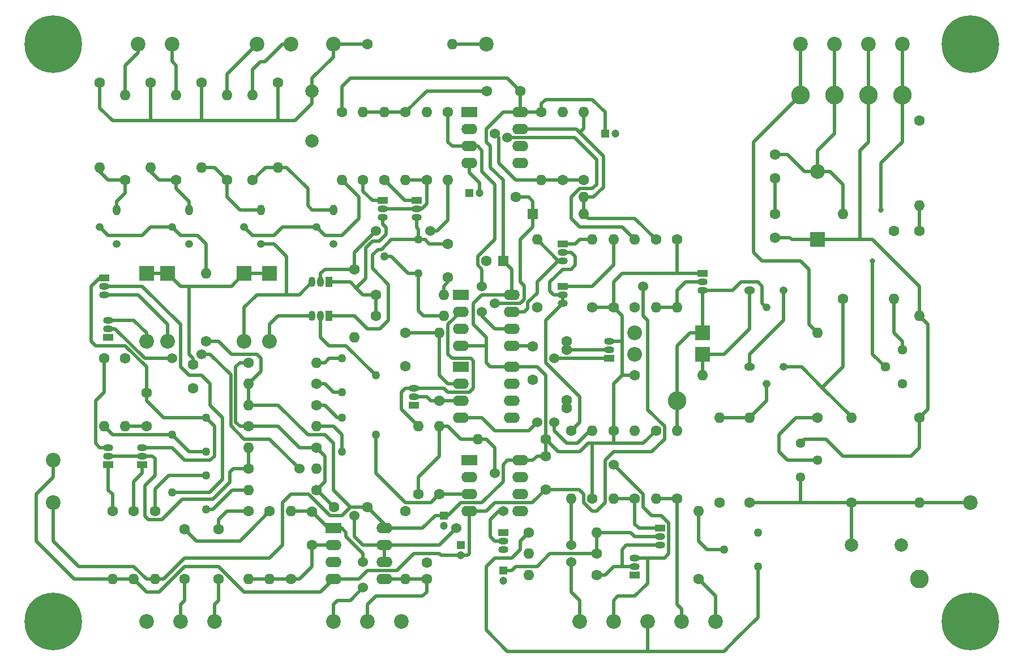
<source format=gbr>
G04 #@! TF.GenerationSoftware,KiCad,Pcbnew,(5.99.0-1101-g9de7547c2)*
G04 #@! TF.CreationDate,2020-03-19T22:23:19-06:00*
G04 #@! TF.ProjectId,mini-audioscope,6d696e69-2d61-4756-9469-6f73636f7065,rev?*
G04 #@! TF.SameCoordinates,Original*
G04 #@! TF.FileFunction,Copper,L1,Top*
G04 #@! TF.FilePolarity,Positive*
%FSLAX46Y46*%
G04 Gerber Fmt 4.6, Leading zero omitted, Abs format (unit mm)*
G04 Created by KiCad (PCBNEW (5.99.0-1101-g9de7547c2)) date 2020-03-19 22:23:19*
%MOMM*%
%LPD*%
G01*
G04 APERTURE LIST*
%ADD10C,2.200000*%
%ADD11O,1.200000X1.600000*%
%ADD12O,1.200000X1.200000*%
%ADD13C,1.260000*%
%ADD14O,1.600000X1.600000*%
%ADD15C,1.600000*%
%ADD16C,2.000000*%
%ADD17R,2.400000X1.600000*%
%ADD18O,2.400000X1.600000*%
%ADD19C,1.200000*%
%ADD20R,1.200000X1.200000*%
%ADD21C,1.440000*%
%ADD22C,8.600000*%
%ADD23C,0.900000*%
%ADD24C,2.800000*%
%ADD25O,1.500000X1.050000*%
%ADD26R,1.500000X1.050000*%
%ADD27O,1.050000X1.500000*%
%ADD28R,1.050000X1.500000*%
%ADD29O,1.600000X1.200000*%
%ADD30R,1.600000X1.600000*%
%ADD31R,2.200000X2.200000*%
%ADD32O,2.200000X2.200000*%
%ADD33C,1.524000*%
%ADD34C,0.812800*%
%ADD35C,0.508000*%
G04 APERTURE END LIST*
D10*
X97790000Y-33020000D03*
X68580000Y-33020000D03*
X63500000Y-33020000D03*
X144780000Y-33020000D03*
X160020000Y-33020000D03*
X149860000Y-33020000D03*
X154940000Y-33020000D03*
X45720000Y-33020000D03*
X50800000Y-33020000D03*
X170180000Y-101600000D03*
X74930000Y-33020000D03*
X33020000Y-95250000D03*
X33020000Y-101600000D03*
X132080000Y-119380000D03*
X127000000Y-119380000D03*
X121920000Y-119380000D03*
X85090000Y-119380000D03*
X80010000Y-119380000D03*
X74930000Y-119380000D03*
X46990000Y-119380000D03*
X52070000Y-119380000D03*
X57150000Y-119380000D03*
X116840000Y-119380000D03*
X111760000Y-119380000D03*
D11*
X74930000Y-57785000D03*
D12*
X72390000Y-60325000D03*
X74930000Y-62865000D03*
D11*
X64135000Y-57785000D03*
D12*
X61595000Y-60325000D03*
X64135000Y-62865000D03*
D13*
X138430000Y-106045000D03*
X133350000Y-108585000D03*
X138430000Y-111125000D03*
X76200000Y-93980000D03*
X81280000Y-91440000D03*
X76200000Y-88900000D03*
X55880000Y-97536000D03*
X50800000Y-100076000D03*
X55880000Y-102616000D03*
X76200000Y-85090000D03*
X81280000Y-82550000D03*
X76200000Y-80010000D03*
D14*
X78105000Y-76835000D03*
D15*
X78105000Y-66675000D03*
D13*
X55880000Y-88900000D03*
X50800000Y-91440000D03*
X55880000Y-93980000D03*
X87630000Y-62230000D03*
X82550000Y-64770000D03*
X87630000Y-67310000D03*
D16*
X159900000Y-107950000D03*
X152400000Y-107950000D03*
X71755000Y-47505000D03*
X71755000Y-40005000D03*
D14*
X72390000Y-96520000D03*
D15*
X62230000Y-96520000D03*
D14*
X66675000Y-51435000D03*
D15*
X66675000Y-38735000D03*
X104775000Y-78185000D03*
X104775000Y-83185000D03*
D17*
X95250000Y-95250000D03*
D18*
X102870000Y-102870000D03*
X95250000Y-97790000D03*
X102870000Y-100330000D03*
X95250000Y-100330000D03*
X102870000Y-97790000D03*
X95250000Y-102870000D03*
X102870000Y-95250000D03*
D15*
X109855000Y-87470000D03*
X109855000Y-77470000D03*
X109855000Y-86220000D03*
X109855000Y-78720000D03*
D14*
X113665000Y-90805000D03*
D15*
X113665000Y-100965000D03*
D19*
X93980000Y-109450000D03*
D20*
X93980000Y-107950000D03*
D19*
X117070000Y-46355000D03*
D20*
X115570000Y-46355000D03*
D19*
X96750000Y-55245000D03*
D20*
X95250000Y-55245000D03*
D19*
X91440000Y-105005000D03*
D20*
X91440000Y-103505000D03*
D19*
X100330000Y-113260000D03*
D20*
X100330000Y-111760000D03*
D17*
X74930000Y-105410000D03*
D18*
X82550000Y-113030000D03*
X74930000Y-107950000D03*
X82550000Y-110490000D03*
X74930000Y-110490000D03*
X82550000Y-107950000D03*
X74930000Y-113030000D03*
X82550000Y-105410000D03*
D14*
X116840000Y-100965000D03*
D15*
X116840000Y-90805000D03*
D21*
X144780000Y-97790000D03*
X147320000Y-95250000D03*
X144780000Y-92710000D03*
D14*
X147320000Y-76200000D03*
D15*
X147320000Y-88900000D03*
X162560000Y-88900000D03*
D14*
X162560000Y-101600000D03*
X162560000Y-73660000D03*
D15*
X162560000Y-60960000D03*
D14*
X162560000Y-57150000D03*
D15*
X162560000Y-44450000D03*
D14*
X92710000Y-33020000D03*
D15*
X80010000Y-33020000D03*
D14*
X151130000Y-58420000D03*
D15*
X151130000Y-71120000D03*
D14*
X152400000Y-88900000D03*
D15*
X152400000Y-101600000D03*
D14*
X137160000Y-88900000D03*
D15*
X137160000Y-101600000D03*
D14*
X132715000Y-88900000D03*
D15*
X132715000Y-101600000D03*
X52705000Y-113030000D03*
X52705000Y-105530000D03*
X57785000Y-113030000D03*
X57785000Y-105530000D03*
D14*
X62865000Y-40640000D03*
D15*
X62865000Y-53340000D03*
D14*
X59055000Y-40640000D03*
D15*
X59055000Y-53340000D03*
D14*
X55245000Y-51435000D03*
D15*
X55245000Y-38735000D03*
D14*
X51435000Y-40640000D03*
D15*
X51435000Y-53340000D03*
D14*
X43815000Y-40640000D03*
D15*
X43815000Y-53340000D03*
D14*
X47625000Y-51435000D03*
D15*
X47625000Y-38735000D03*
D14*
X40005000Y-51435000D03*
D15*
X40005000Y-38735000D03*
D22*
X170180000Y-33020000D03*
D23*
X173405000Y-33020000D03*
X172460419Y-35300419D03*
X170180000Y-36245000D03*
X167899581Y-35300419D03*
X166955000Y-33020000D03*
X167899581Y-30739581D03*
X170180000Y-29795000D03*
X172460419Y-30739581D03*
D22*
X170180000Y-119380000D03*
D23*
X173405000Y-119380000D03*
X172460419Y-121660419D03*
X170180000Y-122605000D03*
X167899581Y-121660419D03*
X166955000Y-119380000D03*
X167899581Y-117099581D03*
X170180000Y-116155000D03*
X172460419Y-117099581D03*
D22*
X33020000Y-119380000D03*
D23*
X36245000Y-119380000D03*
X35300419Y-121660419D03*
X33020000Y-122605000D03*
X30739581Y-121660419D03*
X29795000Y-119380000D03*
X30739581Y-117099581D03*
X33020000Y-116155000D03*
X35300419Y-117099581D03*
D22*
X33020000Y-33020000D03*
D23*
X36245000Y-33020000D03*
X35300419Y-35300419D03*
X33020000Y-36245000D03*
X30739581Y-35300419D03*
X29795000Y-33020000D03*
X30739581Y-30739581D03*
X33020000Y-29795000D03*
X35300419Y-30739581D03*
D17*
X95250000Y-43180000D03*
D18*
X102870000Y-50800000D03*
X95250000Y-45720000D03*
X102870000Y-48260000D03*
X95250000Y-48260000D03*
X102870000Y-45720000D03*
X95250000Y-50800000D03*
X102870000Y-43180000D03*
D17*
X93980000Y-81280000D03*
D18*
X101600000Y-88900000D03*
X93980000Y-83820000D03*
X101600000Y-86360000D03*
X93980000Y-86360000D03*
X101600000Y-83820000D03*
X93980000Y-88900000D03*
X101600000Y-81280000D03*
D17*
X93980000Y-70485000D03*
D18*
X101600000Y-78105000D03*
X93980000Y-73025000D03*
X101600000Y-75565000D03*
X93980000Y-75565000D03*
X101600000Y-73025000D03*
X93980000Y-78105000D03*
X101600000Y-70485000D03*
D24*
X162560000Y-113030000D03*
X126365000Y-86360000D03*
X154940000Y-40640000D03*
X149860000Y-40640000D03*
X144780000Y-40640000D03*
X160020000Y-40640000D03*
D21*
X160020000Y-83820000D03*
X157480000Y-81280000D03*
X160020000Y-78740000D03*
D14*
X112395000Y-55880000D03*
D15*
X102235000Y-55880000D03*
D14*
X112395000Y-43180000D03*
D15*
X112395000Y-53340000D03*
D14*
X92075000Y-53340000D03*
D15*
X92075000Y-43180000D03*
D14*
X109220000Y-43180000D03*
D15*
X109220000Y-53340000D03*
D14*
X106045000Y-53340000D03*
D15*
X106045000Y-43180000D03*
D14*
X90805000Y-76200000D03*
D15*
X90805000Y-86360000D03*
D14*
X120015000Y-62230000D03*
D15*
X120015000Y-72390000D03*
D14*
X105410000Y-62230000D03*
D15*
X105410000Y-72390000D03*
D14*
X113665000Y-62230000D03*
D15*
X113665000Y-72390000D03*
D14*
X110490000Y-100965000D03*
D15*
X110490000Y-90805000D03*
D14*
X116840000Y-62230000D03*
D15*
X116840000Y-72390000D03*
D14*
X104140000Y-112395000D03*
D15*
X114300000Y-112395000D03*
D14*
X120015000Y-90805000D03*
D15*
X120015000Y-100965000D03*
D14*
X114300000Y-106045000D03*
D15*
X104140000Y-106045000D03*
D14*
X104140000Y-109220000D03*
D15*
X114300000Y-109220000D03*
D14*
X87630000Y-90170000D03*
D15*
X87630000Y-100330000D03*
D14*
X96520000Y-92075000D03*
D15*
X106680000Y-92075000D03*
D14*
X90805000Y-90170000D03*
D15*
X90805000Y-100330000D03*
D14*
X72390000Y-90170000D03*
D15*
X62230000Y-90170000D03*
D14*
X62230000Y-86995000D03*
D15*
X72390000Y-86995000D03*
D14*
X85725000Y-113030000D03*
D15*
X85725000Y-102870000D03*
D14*
X68580000Y-102870000D03*
D15*
X68580000Y-113030000D03*
D14*
X65405000Y-113030000D03*
D15*
X65405000Y-102870000D03*
D14*
X62230000Y-113030000D03*
D15*
X62230000Y-102870000D03*
D14*
X72390000Y-80645000D03*
D15*
X62230000Y-80645000D03*
D14*
X62230000Y-83820000D03*
D15*
X72390000Y-83820000D03*
D14*
X82550000Y-43180000D03*
D15*
X82550000Y-53340000D03*
D14*
X76200000Y-53340000D03*
D15*
X76200000Y-43180000D03*
D14*
X91440000Y-70485000D03*
D15*
X81280000Y-70485000D03*
D14*
X91440000Y-73660000D03*
D15*
X81280000Y-73660000D03*
D14*
X79375000Y-43180000D03*
D15*
X79375000Y-53340000D03*
D14*
X88900000Y-43180000D03*
D15*
X88900000Y-53340000D03*
D14*
X85725000Y-53340000D03*
D15*
X85725000Y-43180000D03*
D14*
X62230000Y-99695000D03*
D15*
X72390000Y-99695000D03*
D14*
X48260000Y-113030000D03*
D15*
X48260000Y-102870000D03*
D14*
X45085000Y-113030000D03*
D15*
X45085000Y-102870000D03*
D14*
X55880000Y-67310000D03*
D15*
X55880000Y-77470000D03*
D14*
X43815000Y-90170000D03*
D15*
X43815000Y-80010000D03*
D14*
X40640000Y-90170000D03*
D15*
X40640000Y-80010000D03*
D14*
X41910000Y-113030000D03*
D15*
X41910000Y-102870000D03*
D14*
X62230000Y-93345000D03*
D15*
X72390000Y-93345000D03*
D14*
X158750000Y-71120000D03*
D15*
X158750000Y-60960000D03*
D14*
X130175000Y-82550000D03*
D15*
X120015000Y-82550000D03*
D14*
X126365000Y-72390000D03*
D15*
X126365000Y-62230000D03*
D14*
X126365000Y-90805000D03*
D15*
X126365000Y-100965000D03*
D14*
X123190000Y-72390000D03*
D15*
X123190000Y-62230000D03*
D14*
X129540000Y-102870000D03*
D15*
X129540000Y-113030000D03*
D14*
X123190000Y-100965000D03*
D15*
X123190000Y-90805000D03*
D25*
X116205000Y-78740000D03*
X116205000Y-77470000D03*
D26*
X116205000Y-80010000D03*
X109220000Y-62865000D03*
D25*
X109220000Y-65405000D03*
X109220000Y-64135000D03*
D26*
X109220000Y-69215000D03*
D25*
X109220000Y-71755000D03*
X109220000Y-70485000D03*
X120015000Y-111125000D03*
X120015000Y-109855000D03*
D26*
X120015000Y-112395000D03*
D25*
X123825000Y-106680000D03*
X123825000Y-107950000D03*
D26*
X123825000Y-105410000D03*
D25*
X86995000Y-85725000D03*
X86995000Y-84455000D03*
D26*
X86995000Y-86995000D03*
D25*
X100330000Y-107315000D03*
X100330000Y-108585000D03*
D26*
X100330000Y-106045000D03*
D27*
X73025000Y-73660000D03*
X71755000Y-73660000D03*
D28*
X74295000Y-73660000D03*
D25*
X87376000Y-57658000D03*
X87376000Y-58928000D03*
D26*
X87376000Y-56388000D03*
D25*
X82296000Y-57658000D03*
X82296000Y-58928000D03*
D26*
X82296000Y-56388000D03*
D27*
X73025000Y-68580000D03*
X71755000Y-68580000D03*
D28*
X74295000Y-68580000D03*
D25*
X40640000Y-69215000D03*
X40640000Y-70485000D03*
D26*
X40640000Y-67945000D03*
D25*
X46355000Y-94615000D03*
X46355000Y-93345000D03*
D26*
X46355000Y-95885000D03*
D11*
X53340000Y-57785000D03*
D12*
X50800000Y-60325000D03*
X53340000Y-62865000D03*
D11*
X42545000Y-57785000D03*
D12*
X40005000Y-60325000D03*
X42545000Y-62865000D03*
D25*
X41275000Y-94615000D03*
X41275000Y-93345000D03*
D26*
X41275000Y-95885000D03*
D25*
X41275000Y-75565000D03*
X41275000Y-74295000D03*
D26*
X41275000Y-76835000D03*
D29*
X137160000Y-81280000D03*
D12*
X139700000Y-83820000D03*
X142240000Y-81280000D03*
D29*
X137160000Y-69850000D03*
D12*
X139700000Y-72390000D03*
X142240000Y-69850000D03*
D25*
X130175000Y-68580000D03*
X130175000Y-69850000D03*
D26*
X130175000Y-67310000D03*
D15*
X53975000Y-80955000D03*
X53975000Y-84455000D03*
X140970000Y-61920000D03*
X140970000Y-58420000D03*
X140970000Y-53030000D03*
X140970000Y-49530000D03*
D30*
X104775000Y-58420000D03*
D14*
X112395000Y-58420000D03*
D31*
X65405000Y-67310000D03*
D32*
X65405000Y-77470000D03*
D31*
X61595000Y-67310000D03*
D32*
X61595000Y-77470000D03*
D31*
X50165000Y-67310000D03*
D32*
X50165000Y-77470000D03*
D31*
X46990000Y-67310000D03*
D32*
X46990000Y-77470000D03*
D31*
X147320000Y-62230000D03*
D32*
X147320000Y-52070000D03*
D31*
X130175000Y-79375000D03*
D32*
X120015000Y-79375000D03*
D31*
X130175000Y-76200000D03*
D32*
X120015000Y-76200000D03*
D15*
X85725000Y-81200000D03*
X85725000Y-76200000D03*
X97830000Y-65405000D03*
D30*
X100330000Y-65405000D03*
D15*
X97870000Y-40005000D03*
X102870000Y-40005000D03*
X106680000Y-99615000D03*
X106680000Y-94615000D03*
X88900000Y-113030000D03*
X88900000Y-110530000D03*
X71755000Y-102950000D03*
X71755000Y-107950000D03*
X80010000Y-102235000D03*
X75010000Y-102235000D03*
X92075000Y-62865000D03*
X92075000Y-67865000D03*
X46990000Y-85170000D03*
X46990000Y-90170000D03*
D33*
X93345000Y-105410000D03*
X55245000Y-79375000D03*
X50800000Y-80010000D03*
X107950000Y-80010000D03*
X99060000Y-97155000D03*
X100330000Y-102870000D03*
X100965000Y-46990000D03*
X99060000Y-46355000D03*
X97155000Y-73025000D03*
X97155000Y-69215000D03*
D34*
X155575000Y-65405000D03*
D33*
X79375000Y-114300000D03*
X79375000Y-110490000D03*
X99060000Y-71755000D03*
X116840000Y-95885000D03*
X110490000Y-110490000D03*
X110490000Y-107950000D03*
X105410000Y-89535000D03*
X107950000Y-89535000D03*
X78105000Y-103505000D03*
X69850000Y-96520000D03*
X81280000Y-60960000D03*
X121285000Y-69215000D03*
D34*
X156845000Y-57785000D03*
D33*
X89408000Y-60960000D03*
D35*
X52705000Y-105530000D02*
X54490000Y-107315000D01*
X62230000Y-106045000D02*
X65405000Y-102870000D01*
X54490000Y-107315000D02*
X60960000Y-107315000D01*
X60960000Y-107315000D02*
X62230000Y-106045000D01*
X105410000Y-70220802D02*
X105410000Y-68580000D01*
X105410000Y-68580000D02*
X108585000Y-65405000D01*
X68580000Y-33020000D02*
X67310000Y-33020000D01*
X62865000Y-36830000D02*
X62865000Y-40640000D01*
X64685999Y-35644001D02*
X64050999Y-35644001D01*
X67310000Y-33020000D02*
X64685999Y-35644001D01*
X64050999Y-35644001D02*
X62865000Y-36830000D01*
X42280802Y-75565000D02*
X46725802Y-80010000D01*
X41275000Y-75565000D02*
X42280802Y-75565000D01*
X46725802Y-80010000D02*
X50800000Y-80010000D01*
X59613790Y-82473790D02*
X59613790Y-90093790D01*
X56515000Y-79375000D02*
X59613790Y-82473790D01*
X59613790Y-90093790D02*
X61595000Y-92075000D01*
X61595000Y-92075000D02*
X65405000Y-92075000D01*
X55245000Y-79375000D02*
X56515000Y-79375000D01*
X65405000Y-92075000D02*
X69850000Y-96520000D01*
X97155000Y-101600000D02*
X93980000Y-101600000D01*
X90805000Y-107950000D02*
X93345000Y-105410000D01*
X62230000Y-83820000D02*
X62230000Y-86995000D01*
X57785000Y-77470000D02*
X59690000Y-79375000D01*
X59690000Y-79375000D02*
X63500000Y-79375000D01*
X63500000Y-79375000D02*
X64135000Y-80010000D01*
X55880000Y-77470000D02*
X57785000Y-77470000D01*
X64135000Y-80010000D02*
X64135000Y-81915000D01*
X64135000Y-81915000D02*
X62230000Y-83820000D01*
X52705000Y-109855000D02*
X65405000Y-109855000D01*
X73025000Y-102110658D02*
X71244342Y-100330000D01*
X76200000Y-39370000D02*
X76200000Y-43180000D01*
X102870000Y-40005000D02*
X100965000Y-38100000D01*
X102870000Y-43180000D02*
X106045000Y-43180000D01*
X98425000Y-48895000D02*
X98425000Y-48260000D01*
X98425000Y-48260000D02*
X97790000Y-47625000D01*
X97790000Y-47625000D02*
X97790000Y-45720000D01*
X97790000Y-45720000D02*
X100330000Y-43180000D01*
X100330000Y-43180000D02*
X102870000Y-43180000D01*
X98425000Y-50165000D02*
X98425000Y-48895000D01*
X77470000Y-102235000D02*
X76212799Y-103492201D01*
X62230000Y-86995000D02*
X66675000Y-86995000D01*
X138430000Y-111125000D02*
X138430000Y-118745000D01*
X138430000Y-118745000D02*
X135255000Y-121920000D01*
X66675000Y-86995000D02*
X71120000Y-91440000D01*
X106045000Y-43180000D02*
X106045000Y-41910000D01*
X113665000Y-41275000D02*
X115570000Y-43180000D01*
X106680000Y-41275000D02*
X113665000Y-41275000D01*
X115570000Y-43180000D02*
X115570000Y-46355000D01*
X106045000Y-41910000D02*
X106680000Y-41275000D01*
X100330000Y-95885000D02*
X100965000Y-95250000D01*
X92075000Y-103505000D02*
X93980000Y-101600000D01*
X100330000Y-65405000D02*
X100330000Y-53975000D01*
X98425000Y-50800000D02*
X98425000Y-51435000D01*
X98425000Y-51435000D02*
X100330000Y-53340000D01*
X100330000Y-53340000D02*
X100330000Y-53975000D01*
X98425000Y-50165000D02*
X98425000Y-50800000D01*
X46990000Y-113030000D02*
X48260000Y-113030000D01*
X74406543Y-103492201D02*
X73025000Y-102110658D01*
X71120000Y-91440000D02*
X73660000Y-91440000D01*
X121920000Y-123825000D02*
X121920000Y-121920000D01*
X133350000Y-123825000D02*
X121920000Y-123825000D01*
X135255000Y-121920000D02*
X133350000Y-123825000D01*
X102870000Y-107315000D02*
X104140000Y-106045000D01*
X102870000Y-108585000D02*
X102870000Y-107315000D01*
X97790000Y-120650000D02*
X97790000Y-111125000D01*
X97790000Y-111125000D02*
X99060000Y-109855000D01*
X101600000Y-109855000D02*
X102870000Y-108585000D01*
X99060000Y-109855000D02*
X101600000Y-109855000D01*
X100965000Y-123825000D02*
X97790000Y-120650000D01*
X121920000Y-123825000D02*
X100965000Y-123825000D01*
X100965000Y-38100000D02*
X77470000Y-38100000D01*
X77470000Y-38100000D02*
X76200000Y-39370000D01*
X121920000Y-119380000D02*
X121920000Y-121920000D01*
X91440000Y-103505000D02*
X92075000Y-103505000D01*
X100965000Y-95250000D02*
X103190605Y-95250000D01*
X103190605Y-95250000D02*
X104775000Y-95250000D01*
X104775000Y-95250000D02*
X105410000Y-94615000D01*
X105410000Y-94615000D02*
X106680000Y-94615000D01*
X100330000Y-98425000D02*
X100330000Y-96520000D01*
X97155000Y-101600000D02*
X100330000Y-98425000D01*
X100330000Y-96520000D02*
X100330000Y-95885000D01*
X36830000Y-111125000D02*
X33020000Y-107315000D01*
X33020000Y-107315000D02*
X33020000Y-101600000D01*
X111760000Y-93980000D02*
X113030000Y-92710000D01*
X111125000Y-93980000D02*
X111760000Y-93980000D01*
X113030000Y-92710000D02*
X113665000Y-92710000D01*
X105410000Y-81280000D02*
X106680000Y-82550000D01*
X106680000Y-92075000D02*
X106680000Y-82550000D01*
X105410000Y-81280000D02*
X101600000Y-81280000D01*
X113665000Y-92710000D02*
X116840000Y-92710000D01*
X113665000Y-100965000D02*
X113665000Y-92710000D01*
X108585000Y-93980000D02*
X106680000Y-92075000D01*
X111125000Y-93980000D02*
X108585000Y-93980000D01*
X120015000Y-82550000D02*
X118110000Y-82550000D01*
X118110000Y-73660000D02*
X116840000Y-72390000D01*
X113665000Y-72390000D02*
X116840000Y-72390000D01*
X116205000Y-77470000D02*
X118110000Y-77470000D01*
X118110000Y-82550000D02*
X118110000Y-77470000D01*
X118110000Y-77470000D02*
X118110000Y-73660000D01*
X101600000Y-81280000D02*
X98425000Y-81280000D01*
X98425000Y-81280000D02*
X97790000Y-80645000D01*
X93980000Y-78105000D02*
X97790000Y-78105000D01*
X97790000Y-80645000D02*
X97790000Y-78105000D01*
X101600000Y-66675000D02*
X101600000Y-70485000D01*
X100330000Y-65405000D02*
X101600000Y-66675000D01*
X116840000Y-72390000D02*
X116840000Y-68580000D01*
X118110000Y-67310000D02*
X117475000Y-67945000D01*
X116840000Y-68580000D02*
X117475000Y-67945000D01*
X126365000Y-62230000D02*
X126365000Y-67310000D01*
X130175000Y-67310000D02*
X126365000Y-67310000D01*
X126365000Y-67310000D02*
X118110000Y-67310000D01*
X82550000Y-104775000D02*
X80010000Y-102235000D01*
X82550000Y-105410000D02*
X82550000Y-104775000D01*
X90170000Y-103505000D02*
X91440000Y-103505000D01*
X88265000Y-105410000D02*
X90170000Y-103505000D01*
X82550000Y-105410000D02*
X88265000Y-105410000D01*
X106680000Y-94615000D02*
X106680000Y-92075000D01*
X121285000Y-92710000D02*
X123190000Y-90805000D01*
X116840000Y-90805000D02*
X116840000Y-92710000D01*
X116840000Y-92710000D02*
X121285000Y-92710000D01*
X116840000Y-83820000D02*
X116840000Y-90805000D01*
X118110000Y-82550000D02*
X116840000Y-83820000D01*
X102870000Y-40005000D02*
X102870000Y-43180000D01*
X74930000Y-99695000D02*
X77470000Y-102235000D01*
X97155000Y-70485000D02*
X99060000Y-70485000D01*
X95885000Y-71755000D02*
X97155000Y-70485000D01*
X99060000Y-70485000D02*
X101600000Y-70485000D01*
X95885000Y-74930000D02*
X95885000Y-71755000D01*
X97790000Y-78105000D02*
X97790000Y-76835000D01*
X97790000Y-76835000D02*
X95885000Y-74930000D01*
X48260000Y-113030000D02*
X49530000Y-113030000D01*
X68580000Y-100330000D02*
X67310000Y-101600000D01*
X65405000Y-109855000D02*
X67310000Y-107950000D01*
X74930000Y-92710000D02*
X74930000Y-98425000D01*
X74930000Y-98425000D02*
X74930000Y-99695000D01*
X73660000Y-91440000D02*
X74930000Y-92710000D01*
X67310000Y-107950000D02*
X67310000Y-101600000D01*
X77470000Y-102235000D02*
X80010000Y-102235000D01*
X49530000Y-113030000D02*
X52705000Y-109855000D01*
X71244342Y-100330000D02*
X68580000Y-100330000D01*
X45085000Y-111125000D02*
X46990000Y-113030000D01*
X36830000Y-111125000D02*
X45085000Y-111125000D01*
X76212799Y-103492201D02*
X74406543Y-103492201D01*
X62230000Y-90170000D02*
X66675000Y-90170000D01*
X66675000Y-90170000D02*
X69850000Y-93345000D01*
X69850000Y-93345000D02*
X72390000Y-93345000D01*
X72390000Y-99695000D02*
X73660000Y-98425000D01*
X73660000Y-98425000D02*
X73660000Y-94615000D01*
X73660000Y-94615000D02*
X72390000Y-93345000D01*
X72390000Y-99695000D02*
X72470000Y-99695000D01*
X72470000Y-99695000D02*
X75010000Y-102235000D01*
X72390000Y-86995000D02*
X73660000Y-86995000D01*
X73660000Y-86995000D02*
X75565000Y-88900000D01*
X75565000Y-88900000D02*
X76200000Y-88900000D01*
X72390000Y-90170000D02*
X74930000Y-90170000D01*
X74930000Y-90170000D02*
X76200000Y-91440000D01*
X76200000Y-91440000D02*
X76200000Y-93980000D01*
X72390000Y-83820000D02*
X73660000Y-83820000D01*
X73660000Y-83820000D02*
X74930000Y-85090000D01*
X74930000Y-85090000D02*
X76200000Y-85090000D01*
X72390000Y-80645000D02*
X73660000Y-80645000D01*
X73660000Y-80645000D02*
X74295000Y-80010000D01*
X74295000Y-80010000D02*
X76200000Y-80010000D01*
X73025000Y-76835000D02*
X74295000Y-78105000D01*
X76835000Y-78105000D02*
X81280000Y-82550000D01*
X74295000Y-78105000D02*
X76835000Y-78105000D01*
X73025000Y-73660000D02*
X73025000Y-76835000D01*
X158115000Y-49530000D02*
X160020000Y-47625000D01*
X156845000Y-57785000D02*
X156845000Y-50800000D01*
X156845000Y-50800000D02*
X158115000Y-49530000D01*
X154940000Y-45720000D02*
X154940000Y-47625000D01*
X154940000Y-47625000D02*
X153670000Y-48895000D01*
X154940000Y-40640000D02*
X154940000Y-45720000D01*
X153670000Y-48895000D02*
X153670000Y-62230000D01*
X97870000Y-40005000D02*
X88900000Y-40005000D01*
X88900000Y-40005000D02*
X85725000Y-43180000D01*
X82550000Y-43180000D02*
X85725000Y-43180000D01*
X67945000Y-70485000D02*
X63500000Y-70485000D01*
X67945000Y-70485000D02*
X67945000Y-64770000D01*
X67945000Y-64770000D02*
X66040000Y-62865000D01*
X69850000Y-70485000D02*
X67945000Y-70485000D01*
X66040000Y-62865000D02*
X64135000Y-62865000D01*
X71755000Y-68580000D02*
X69850000Y-70485000D01*
X61595000Y-72390000D02*
X61595000Y-77470000D01*
X63500000Y-70485000D02*
X61595000Y-72390000D01*
X65405000Y-77470000D02*
X65405000Y-74930000D01*
X65405000Y-74930000D02*
X66675000Y-73660000D01*
X66675000Y-73660000D02*
X71755000Y-73660000D01*
X52070000Y-69215000D02*
X53340000Y-69215000D01*
X53975000Y-80955000D02*
X53975000Y-80010000D01*
X53340000Y-69215000D02*
X59690000Y-69215000D01*
X53975000Y-80010000D02*
X53340000Y-79375000D01*
X53340000Y-79375000D02*
X53340000Y-69215000D01*
X65405000Y-67310000D02*
X61595000Y-67310000D01*
X50165000Y-67310000D02*
X52070000Y-69215000D01*
X59690000Y-69215000D02*
X61595000Y-67310000D01*
X46990000Y-67310000D02*
X50165000Y-67310000D01*
X50165000Y-77470000D02*
X50165000Y-74930000D01*
X50165000Y-74930000D02*
X45720000Y-70485000D01*
X45720000Y-70485000D02*
X40640000Y-70485000D01*
X46990000Y-77470000D02*
X46990000Y-76200000D01*
X45085000Y-74295000D02*
X41275000Y-74295000D01*
X46990000Y-76200000D02*
X45085000Y-74295000D01*
X40005000Y-51435000D02*
X40005000Y-52070000D01*
X40005000Y-52070000D02*
X41275000Y-53340000D01*
X41275000Y-53340000D02*
X43815000Y-53340000D01*
X47625000Y-51435000D02*
X47625000Y-52070000D01*
X47625000Y-52070000D02*
X48895000Y-53340000D01*
X48895000Y-53340000D02*
X51435000Y-53340000D01*
X55245000Y-51435000D02*
X57150000Y-51435000D01*
X57150000Y-51435000D02*
X59055000Y-53340000D01*
X66675000Y-51435000D02*
X64770000Y-51435000D01*
X64770000Y-51435000D02*
X62865000Y-53340000D01*
X64135000Y-57785000D02*
X60960000Y-57785000D01*
X59055000Y-55880000D02*
X59055000Y-53340000D01*
X60960000Y-57785000D02*
X59055000Y-55880000D01*
X53340000Y-57785000D02*
X53340000Y-56515000D01*
X51435000Y-54610000D02*
X51435000Y-53340000D01*
X53340000Y-56515000D02*
X51435000Y-54610000D01*
X42545000Y-57785000D02*
X42545000Y-56515000D01*
X42545000Y-56515000D02*
X43815000Y-55245000D01*
X43815000Y-55245000D02*
X43815000Y-53340000D01*
X47625000Y-44450000D02*
X55245000Y-44450000D01*
X41910000Y-44450000D02*
X47625000Y-44450000D01*
X47625000Y-38735000D02*
X47625000Y-44450000D01*
X55245000Y-44450000D02*
X62865000Y-44450000D01*
X55245000Y-38735000D02*
X55245000Y-44450000D01*
X62865000Y-44450000D02*
X66675000Y-44450000D01*
X66675000Y-38735000D02*
X66675000Y-44450000D01*
X71755000Y-40005000D02*
X71755000Y-38100000D01*
X71755000Y-38100000D02*
X74930000Y-34925000D01*
X74930000Y-34925000D02*
X74930000Y-33020000D01*
X40005000Y-42545000D02*
X41910000Y-44450000D01*
X40005000Y-38735000D02*
X40005000Y-42545000D01*
X63500000Y-33020000D02*
X59055000Y-37465000D01*
X59055000Y-37465000D02*
X59055000Y-40640000D01*
X51435000Y-40640000D02*
X51435000Y-36195000D01*
X51435000Y-36195000D02*
X50800000Y-35560000D01*
X50800000Y-35560000D02*
X50800000Y-33020000D01*
X43815000Y-40640000D02*
X43815000Y-36195000D01*
X43815000Y-36195000D02*
X45720000Y-34290000D01*
X45720000Y-34290000D02*
X45720000Y-33020000D01*
X115570000Y-95250000D02*
X116840000Y-93980000D01*
X116840000Y-93980000D02*
X122555000Y-93980000D01*
X122555000Y-93980000D02*
X124460000Y-92075000D01*
X40640000Y-85090000D02*
X39370000Y-86360000D01*
X39370000Y-86360000D02*
X39370000Y-92710000D01*
X40640000Y-80010000D02*
X40640000Y-85090000D01*
X39370000Y-92710000D02*
X40005000Y-93345000D01*
X40005000Y-93345000D02*
X41275000Y-93345000D01*
X38735000Y-77470000D02*
X39370000Y-78105000D01*
X38735000Y-69215000D02*
X38735000Y-76835000D01*
X38735000Y-76835000D02*
X38735000Y-77470000D01*
X39370000Y-78105000D02*
X43815000Y-78105000D01*
X46990000Y-81280000D02*
X46990000Y-85170000D01*
X43815000Y-78105000D02*
X46990000Y-81280000D01*
X40005000Y-67945000D02*
X38735000Y-69215000D01*
X40640000Y-67945000D02*
X40005000Y-67945000D01*
X46990000Y-90170000D02*
X43815000Y-90170000D01*
X41275000Y-95885000D02*
X41275000Y-99695000D01*
X41275000Y-99695000D02*
X41910000Y-100330000D01*
X41910000Y-100330000D02*
X41910000Y-102870000D01*
X41275000Y-94615000D02*
X46355000Y-94615000D01*
X40640000Y-69215000D02*
X46355000Y-69215000D01*
X46355000Y-69215000D02*
X52070000Y-74930000D01*
X52070000Y-74930000D02*
X52070000Y-75070018D01*
X52070000Y-81280000D02*
X52070000Y-75070018D01*
X56515000Y-83820000D02*
X55245000Y-82550000D01*
X55245000Y-82550000D02*
X53340000Y-82550000D01*
X53340000Y-82550000D02*
X52070000Y-81280000D01*
X101600000Y-78105000D02*
X104695000Y-78105000D01*
X104695000Y-78105000D02*
X104775000Y-78185000D01*
X109855000Y-78720000D02*
X116185000Y-78720000D01*
X116205000Y-80010000D02*
X107950000Y-80010000D01*
X109220000Y-71755000D02*
X106680000Y-74295000D01*
X106680000Y-74295000D02*
X106680000Y-80645000D01*
X109855000Y-77470000D02*
X109855000Y-78720000D01*
X99060000Y-97155000D02*
X99060000Y-93345000D01*
X99060000Y-93345000D02*
X97790000Y-92075000D01*
X97790000Y-92075000D02*
X96520000Y-92075000D01*
X99695000Y-102870000D02*
X100330000Y-102870000D01*
X100330000Y-107315000D02*
X99060000Y-107315000D01*
X99060000Y-107315000D02*
X98425000Y-106680000D01*
X98425000Y-106680000D02*
X98425000Y-104140000D01*
X98425000Y-104140000D02*
X99695000Y-102870000D01*
X100965000Y-101600000D02*
X99060000Y-101600000D01*
X99060000Y-101600000D02*
X97790000Y-102870000D01*
X97790000Y-102870000D02*
X95250000Y-102870000D01*
X93980000Y-109450000D02*
X95020000Y-109450000D01*
X95020000Y-109450000D02*
X95250000Y-109220000D01*
X95250000Y-109220000D02*
X95250000Y-102870000D01*
X95250000Y-100330000D02*
X90805000Y-100330000D01*
X104695000Y-101600000D02*
X106680000Y-99615000D01*
X100965000Y-101600000D02*
X104695000Y-101600000D01*
X82550000Y-107950000D02*
X90805000Y-107950000D01*
X112395000Y-43180000D02*
X112395000Y-45593000D01*
X111252000Y-45720000D02*
X111760000Y-46228000D01*
X112395000Y-45593000D02*
X111760000Y-46228000D01*
X102870000Y-45720000D02*
X111252000Y-45720000D01*
X113665000Y-54610000D02*
X111760000Y-54610000D01*
X114300000Y-53975000D02*
X113665000Y-54610000D01*
X100965000Y-46990000D02*
X110998000Y-46990000D01*
X110490000Y-55880000D02*
X110490000Y-59055000D01*
X114300000Y-50292000D02*
X114300000Y-53975000D01*
X111760000Y-54610000D02*
X110490000Y-55880000D01*
X110998000Y-46990000D02*
X114300000Y-50292000D01*
X110490000Y-59055000D02*
X111760000Y-60325000D01*
X111760000Y-60325000D02*
X118110000Y-60325000D01*
X118110000Y-60325000D02*
X120015000Y-62230000D01*
X76200000Y-53340000D02*
X78740000Y-55880000D01*
X78740000Y-55880000D02*
X78740000Y-59055000D01*
X99695000Y-50165000D02*
X99695000Y-46990000D01*
X106045000Y-53340000D02*
X102235000Y-53340000D01*
X99695000Y-46990000D02*
X99060000Y-46355000D01*
X97155000Y-69215000D02*
X97155000Y-66675000D01*
X97155000Y-73660000D02*
X97155000Y-73025000D01*
X96520000Y-66040000D02*
X96520000Y-64770000D01*
X96520000Y-64770000D02*
X99060000Y-62230000D01*
X97155000Y-66675000D02*
X96520000Y-66040000D01*
X99060000Y-75565000D02*
X97155000Y-73660000D01*
X101600000Y-75565000D02*
X99060000Y-75565000D01*
X92075000Y-43180000D02*
X92075000Y-47625000D01*
X92710000Y-48260000D02*
X95250000Y-48260000D01*
X92075000Y-47625000D02*
X92710000Y-48260000D01*
X106045000Y-53340000D02*
X109220000Y-53340000D01*
X112395000Y-53340000D02*
X109220000Y-53340000D01*
X79375000Y-43180000D02*
X82550000Y-43180000D01*
X92075000Y-53340000D02*
X92075000Y-57150000D01*
X85725000Y-53340000D02*
X88900000Y-53340000D01*
X112395000Y-58420000D02*
X113030000Y-59055000D01*
X120015000Y-59055000D02*
X123190000Y-62230000D01*
X113030000Y-59055000D02*
X120015000Y-59055000D01*
X132715000Y-88900000D02*
X137160000Y-88900000D01*
X152400000Y-101600000D02*
X152400000Y-107950000D01*
X109220000Y-70485000D02*
X107859999Y-70485000D01*
X109220000Y-66675000D02*
X110490000Y-66675000D01*
X111125000Y-64770000D02*
X110490000Y-64135000D01*
X107315000Y-68580000D02*
X109220000Y-66675000D01*
X107315000Y-69940001D02*
X107315000Y-68580000D01*
X107859999Y-70485000D02*
X107315000Y-69940001D01*
X110490000Y-66675000D02*
X111125000Y-66040000D01*
X110490000Y-64135000D02*
X109220000Y-64135000D01*
X111125000Y-66040000D02*
X111125000Y-64770000D01*
X74930000Y-33020000D02*
X80010000Y-33020000D01*
X106680000Y-80645000D02*
X111760000Y-85725000D01*
X111760000Y-89535000D02*
X110490000Y-90805000D01*
X111760000Y-85725000D02*
X111760000Y-89535000D01*
X160020000Y-40640000D02*
X160020000Y-33020000D01*
X154940000Y-33020000D02*
X154940000Y-40640000D01*
X149860000Y-40640000D02*
X149860000Y-33020000D01*
X144780000Y-33020000D02*
X144780000Y-40640000D01*
X162560000Y-73660000D02*
X163830000Y-74930000D01*
X163830000Y-74930000D02*
X163830000Y-87630000D01*
X163830000Y-87630000D02*
X162560000Y-88900000D01*
X144780000Y-40640000D02*
X137795000Y-47625000D01*
X139065000Y-65405000D02*
X144780000Y-65405000D01*
X137795000Y-64135000D02*
X139065000Y-65405000D01*
X144780000Y-65405000D02*
X146050000Y-66675000D01*
X137795000Y-47625000D02*
X137795000Y-64135000D01*
X146050000Y-74930000D02*
X147320000Y-76200000D01*
X146050000Y-66675000D02*
X146050000Y-74930000D01*
X140970000Y-61920000D02*
X143185000Y-61920000D01*
X147320000Y-62230000D02*
X143495000Y-62230000D01*
X143495000Y-62230000D02*
X143185000Y-61920000D01*
X140970000Y-53030000D02*
X140970000Y-58420000D01*
X147320000Y-52070000D02*
X147320000Y-48895000D01*
X147320000Y-48895000D02*
X149860000Y-46355000D01*
X149860000Y-46355000D02*
X149860000Y-40640000D01*
X147320000Y-52070000D02*
X145415000Y-52070000D01*
X142875000Y-49530000D02*
X140970000Y-49530000D01*
X145415000Y-52070000D02*
X142875000Y-49530000D01*
X151130000Y-58420000D02*
X151130000Y-53975000D01*
X151130000Y-53975000D02*
X149225000Y-52070000D01*
X149225000Y-52070000D02*
X147320000Y-52070000D01*
X153670000Y-62230000D02*
X147320000Y-62230000D01*
X155575000Y-62230000D02*
X153670000Y-62230000D01*
X155575000Y-79375000D02*
X155575000Y-65405000D01*
X157480000Y-81280000D02*
X155575000Y-79375000D01*
X160020000Y-47625000D02*
X160020000Y-40640000D01*
X162560000Y-73660000D02*
X162560000Y-69215000D01*
X162560000Y-69215000D02*
X155575000Y-62230000D01*
X160020000Y-78740000D02*
X160020000Y-77470000D01*
X158750000Y-76200000D02*
X158750000Y-71120000D01*
X160020000Y-77470000D02*
X158750000Y-76200000D01*
X148590000Y-92075000D02*
X151130000Y-94615000D01*
X144780000Y-92710000D02*
X145415000Y-92075000D01*
X151130000Y-94615000D02*
X161290000Y-94615000D01*
X145415000Y-92075000D02*
X148590000Y-92075000D01*
X161290000Y-94615000D02*
X162560000Y-93345000D01*
X162560000Y-93345000D02*
X162560000Y-88900000D01*
X170180000Y-101600000D02*
X162560000Y-101600000D01*
X162560000Y-101600000D02*
X157480000Y-101600000D01*
X152400000Y-101600000D02*
X157480000Y-101600000D01*
X144780000Y-101600000D02*
X152400000Y-101600000D01*
X144780000Y-101600000D02*
X144780000Y-98425000D01*
X137160000Y-101600000D02*
X144780000Y-101600000D01*
X142875000Y-95250000D02*
X141605000Y-93980000D01*
X141605000Y-93980000D02*
X141605000Y-91440000D01*
X147320000Y-95250000D02*
X142875000Y-95250000D01*
X141605000Y-91440000D02*
X144145000Y-88900000D01*
X144145000Y-88900000D02*
X147320000Y-88900000D01*
X148042001Y-84367999D02*
X152400000Y-88725998D01*
X151130000Y-71120000D02*
X151130000Y-81280000D01*
X151130000Y-81280000D02*
X148042001Y-84367999D01*
X144954002Y-81280000D02*
X148042001Y-84367999D01*
X142240000Y-81280000D02*
X144954002Y-81280000D01*
X152400000Y-88725998D02*
X152400000Y-88900000D01*
X139700000Y-83820000D02*
X139700000Y-86360000D01*
X139700000Y-86360000D02*
X137160000Y-88900000D01*
X142240000Y-69850000D02*
X142240000Y-74295000D01*
X142240000Y-74295000D02*
X137160000Y-79375000D01*
X137160000Y-79375000D02*
X137160000Y-81280000D01*
X139065000Y-69215000D02*
X138430000Y-68580000D01*
X139065000Y-71755000D02*
X139065000Y-69215000D01*
X139700000Y-72390000D02*
X139065000Y-71755000D01*
X138430000Y-68580000D02*
X135890000Y-68580000D01*
X135890000Y-68580000D02*
X134620000Y-69850000D01*
X134620000Y-69850000D02*
X130175000Y-69850000D01*
X130175000Y-79375000D02*
X133350000Y-79375000D01*
X133350000Y-79375000D02*
X137160000Y-75565000D01*
X137160000Y-75565000D02*
X137160000Y-69850000D01*
X130175000Y-68580000D02*
X127635000Y-68580000D01*
X127635000Y-68580000D02*
X126365000Y-69850000D01*
X126365000Y-69850000D02*
X126365000Y-72390000D01*
X130175000Y-76200000D02*
X130175000Y-69850000D01*
X130175000Y-79375000D02*
X130175000Y-82550000D01*
X126365000Y-86360000D02*
X126365000Y-78105000D01*
X126365000Y-78105000D02*
X128270000Y-76200000D01*
X128270000Y-76200000D02*
X130175000Y-76200000D01*
X62230000Y-102870000D02*
X59055000Y-102870000D01*
X57785000Y-104140000D02*
X57785000Y-105530000D01*
X59055000Y-102870000D02*
X57785000Y-104140000D01*
X79375000Y-109220000D02*
X76835000Y-106680000D01*
X79375000Y-110490000D02*
X79375000Y-109220000D01*
X76835000Y-106680000D02*
X76835000Y-106045000D01*
X76200000Y-105410000D02*
X74930000Y-105410000D01*
X76835000Y-106045000D02*
X76200000Y-105410000D01*
X102870000Y-64770000D02*
X102870000Y-68580000D01*
X102870000Y-68580000D02*
X103439990Y-69149990D01*
X103439990Y-69149990D02*
X103439990Y-71185010D01*
X102870000Y-71755000D02*
X99060000Y-71755000D01*
X103439990Y-71185010D02*
X102870000Y-71755000D01*
X104775000Y-60325000D02*
X102870000Y-62230000D01*
X104775000Y-58420000D02*
X104775000Y-60325000D01*
X102870000Y-62230000D02*
X102870000Y-64770000D01*
X102235000Y-55880000D02*
X104140000Y-55880000D01*
X104775000Y-56515000D02*
X104775000Y-58420000D01*
X104140000Y-55880000D02*
X104775000Y-56515000D01*
X112395000Y-55880000D02*
X112395000Y-58420000D01*
X109220000Y-62865000D02*
X111125000Y-62865000D01*
X111125000Y-62865000D02*
X111760000Y-62230000D01*
X111760000Y-62230000D02*
X113665000Y-62230000D01*
X109220000Y-65405000D02*
X108585000Y-65405000D01*
X108585000Y-65405000D02*
X105410000Y-62230000D01*
X109220000Y-70485000D02*
X109220000Y-71755000D01*
X109220000Y-69215000D02*
X113665000Y-69215000D01*
X113665000Y-69215000D02*
X116840000Y-66040000D01*
X116840000Y-66040000D02*
X116840000Y-62230000D01*
X123190000Y-72390000D02*
X126365000Y-72390000D01*
X116185000Y-78720000D02*
X116205000Y-78740000D01*
X126365000Y-90805000D02*
X126365000Y-86360000D01*
X120015000Y-109855000D02*
X121920000Y-109855000D01*
X121920000Y-109855000D02*
X124460000Y-109855000D01*
X121920000Y-113665000D02*
X121920000Y-109855000D01*
X126365000Y-100965000D02*
X126365000Y-116840000D01*
X123190000Y-100965000D02*
X126365000Y-100965000D01*
X122555000Y-103505000D02*
X121285000Y-102235000D01*
X121285000Y-100330000D02*
X116840000Y-95885000D01*
X124460000Y-109855000D02*
X125095000Y-109220000D01*
X121285000Y-102235000D02*
X121285000Y-100330000D01*
X125095000Y-109220000D02*
X125095000Y-104594998D01*
X125095000Y-104594998D02*
X124005002Y-103505000D01*
X124005002Y-103505000D02*
X122555000Y-103505000D01*
X116840000Y-100965000D02*
X120015000Y-100965000D01*
X123825000Y-105410000D02*
X120650000Y-105410000D01*
X120015000Y-104775000D02*
X120015000Y-100965000D01*
X120650000Y-105410000D02*
X120015000Y-104775000D01*
X116840000Y-111125000D02*
X118110000Y-111125000D01*
X118110000Y-108585000D02*
X118110000Y-111125000D01*
X123825000Y-107950000D02*
X118745000Y-107950000D01*
X118110000Y-111125000D02*
X120015000Y-111125000D01*
X118745000Y-107950000D02*
X118110000Y-108585000D01*
X123825000Y-106680000D02*
X120015000Y-106680000D01*
X120015000Y-106680000D02*
X119380000Y-106045000D01*
X119380000Y-106045000D02*
X114300000Y-106045000D01*
X114300000Y-106045000D02*
X114300000Y-109220000D01*
X114300000Y-112395000D02*
X115570000Y-112395000D01*
X115570000Y-112395000D02*
X116840000Y-111125000D01*
X105410000Y-111125000D02*
X102235000Y-111125000D01*
X114300000Y-109220000D02*
X107315000Y-109220000D01*
X101600000Y-111760000D02*
X100330000Y-111760000D01*
X107315000Y-109220000D02*
X105410000Y-111125000D01*
X102235000Y-111125000D02*
X101600000Y-111760000D01*
X110490000Y-100965000D02*
X110490000Y-107950000D01*
X111405038Y-92710000D02*
X109855000Y-92710000D01*
X113665000Y-90805000D02*
X113310037Y-90805001D01*
X109855000Y-92710000D02*
X107950000Y-90805000D01*
X105410000Y-89535000D02*
X104140000Y-90805000D01*
X104140000Y-90805000D02*
X99060000Y-90805000D01*
X107950000Y-90805000D02*
X107950000Y-89535000D01*
X113310037Y-90805001D02*
X111405038Y-92710000D01*
X99060000Y-90805000D02*
X97155000Y-88900000D01*
X97155000Y-88900000D02*
X93980000Y-88900000D01*
X115570000Y-101600000D02*
X115570000Y-95250000D01*
X106680000Y-99615000D02*
X111680000Y-99615000D01*
X114300000Y-102870000D02*
X115570000Y-101600000D01*
X112395000Y-100330000D02*
X112395000Y-101600000D01*
X111680000Y-99615000D02*
X112395000Y-100330000D01*
X113665000Y-102870000D02*
X114300000Y-102870000D01*
X112395000Y-101600000D02*
X113665000Y-102870000D01*
X90805000Y-90170000D02*
X92075000Y-90170000D01*
X92075000Y-90170000D02*
X93980000Y-92075000D01*
X93980000Y-92075000D02*
X96520000Y-92075000D01*
X91440000Y-84455000D02*
X92075000Y-85090000D01*
X95885000Y-84455000D02*
X95885000Y-80374998D01*
X92075000Y-79375000D02*
X92075000Y-74930000D01*
X86995000Y-84455000D02*
X91440000Y-84455000D01*
X95885000Y-80374998D02*
X95520002Y-80010000D01*
X92075000Y-85090000D02*
X95250000Y-85090000D01*
X92710000Y-80010000D02*
X92075000Y-79375000D01*
X92075000Y-74930000D02*
X93980000Y-73025000D01*
X95250000Y-85090000D02*
X95885000Y-84455000D01*
X95520002Y-80010000D02*
X92710000Y-80010000D01*
X93980000Y-83820000D02*
X92075000Y-83820000D01*
X92075000Y-83820000D02*
X90805000Y-82550000D01*
X90805000Y-82550000D02*
X90805000Y-76200000D01*
X93980000Y-86360000D02*
X90805000Y-86360000D01*
X86995000Y-85725000D02*
X88900000Y-85725000D01*
X88900000Y-85725000D02*
X89535000Y-86360000D01*
X89535000Y-86360000D02*
X90805000Y-86360000D01*
X85725000Y-76200000D02*
X90805000Y-76200000D01*
X82550000Y-107950000D02*
X79375000Y-107950000D01*
X79375000Y-107950000D02*
X78105000Y-106680000D01*
X78105000Y-106680000D02*
X78105000Y-103505000D01*
X73660000Y-66675000D02*
X77470000Y-66675000D01*
X77470000Y-66675000D02*
X78105000Y-66675000D01*
X89535000Y-62865000D02*
X92075000Y-62865000D01*
X92075000Y-67865000D02*
X92075000Y-68580000D01*
X92075000Y-68580000D02*
X91440000Y-69215000D01*
X91440000Y-69215000D02*
X91440000Y-70485000D01*
X74295000Y-73660000D02*
X78105000Y-73660000D01*
X78105000Y-73660000D02*
X79375000Y-74930000D01*
X81280000Y-70485000D02*
X81280000Y-73660000D01*
X74295000Y-68580000D02*
X77470000Y-68580000D01*
X79375000Y-70485000D02*
X81280000Y-70485000D01*
X73025000Y-68580000D02*
X73025000Y-67310000D01*
X73025000Y-67310000D02*
X73660000Y-66675000D01*
X87630000Y-100330000D02*
X87630000Y-97790000D01*
X87630000Y-97790000D02*
X90805000Y-94615000D01*
X90805000Y-94615000D02*
X90805000Y-90170000D01*
X62230000Y-93345000D02*
X62230000Y-96520000D01*
X60960000Y-80645000D02*
X60325000Y-81280000D01*
X60325000Y-89535000D02*
X60960000Y-90170000D01*
X60325000Y-81280000D02*
X60325000Y-89535000D01*
X62230000Y-80645000D02*
X60960000Y-80645000D01*
X60960000Y-90170000D02*
X62230000Y-90170000D01*
X121939999Y-74314999D02*
X121285000Y-73660000D01*
X124460000Y-90170000D02*
X121939999Y-87649999D01*
X121285000Y-73660000D02*
X121285000Y-69215000D01*
X121939999Y-87649999D02*
X121939999Y-74314999D01*
X124460000Y-92075000D02*
X124460000Y-90170000D01*
X93115000Y-109450000D02*
X93980000Y-109450000D01*
X74930000Y-113030000D02*
X78740000Y-113030000D01*
X78740000Y-113030000D02*
X80010000Y-111760000D01*
X80010000Y-111760000D02*
X84455000Y-111760000D01*
X82550000Y-107950000D02*
X82550000Y-110490000D01*
X82550000Y-113030000D02*
X85725000Y-113030000D01*
X88900000Y-113030000D02*
X85725000Y-113030000D01*
X88900000Y-114935000D02*
X88265000Y-115570000D01*
X88265000Y-115570000D02*
X81280000Y-115570000D01*
X81280000Y-115570000D02*
X80010000Y-116840000D01*
X88900000Y-113030000D02*
X88900000Y-114935000D01*
X68580000Y-102870000D02*
X71675000Y-102870000D01*
X71675000Y-102870000D02*
X71755000Y-102950000D01*
X74930000Y-105410000D02*
X74215000Y-105410000D01*
X74215000Y-105410000D02*
X71755000Y-102950000D01*
X68580000Y-113030000D02*
X69850000Y-113030000D01*
X71755000Y-111125000D02*
X71755000Y-107950000D01*
X69850000Y-113030000D02*
X71755000Y-111125000D01*
X68580000Y-113030000D02*
X65405000Y-113030000D01*
X62230000Y-113030000D02*
X65405000Y-113030000D01*
X74930000Y-107950000D02*
X71755000Y-107950000D01*
X41910000Y-113030000D02*
X36195000Y-113030000D01*
X45085000Y-113030000D02*
X41910000Y-113030000D01*
X113842481Y-55880000D02*
X112395000Y-55880000D01*
X115316000Y-54406481D02*
X113842481Y-55880000D01*
X111760000Y-46228000D02*
X115316000Y-49784000D01*
X115316000Y-49784000D02*
X115316000Y-54406481D01*
X85090000Y-85090000D02*
X85725000Y-84455000D01*
X85725000Y-84455000D02*
X86995000Y-84455000D01*
X85090000Y-87630000D02*
X85090000Y-85090000D01*
X87630000Y-90170000D02*
X85090000Y-87630000D01*
X92710000Y-33020000D02*
X97790000Y-33020000D01*
X162560000Y-60960000D02*
X162560000Y-57150000D01*
X83185000Y-74295000D02*
X83185000Y-73025000D01*
X81915000Y-75565000D02*
X83185000Y-74295000D01*
X80010000Y-75565000D02*
X81915000Y-75565000D01*
X79375000Y-74930000D02*
X80010000Y-75565000D01*
X83185000Y-73025000D02*
X83185000Y-70485000D01*
X97155000Y-48895000D02*
X96520000Y-48260000D01*
X97155000Y-49530000D02*
X97155000Y-48895000D01*
X97155000Y-50165000D02*
X97155000Y-49530000D01*
X96520000Y-48260000D02*
X95250000Y-48260000D01*
X97155000Y-50165000D02*
X97155000Y-51435000D01*
X99060000Y-53975000D02*
X99060000Y-54610000D01*
X97155000Y-52070000D02*
X99060000Y-53975000D01*
X97155000Y-51435000D02*
X97155000Y-52070000D01*
X99060000Y-62230000D02*
X99060000Y-54610000D01*
X99695000Y-50800000D02*
X101282500Y-52387500D01*
X99695000Y-50165000D02*
X99695000Y-50800000D01*
X102235000Y-53340000D02*
X101282500Y-52387500D01*
X95250000Y-52245000D02*
X96750000Y-53745000D01*
X95250000Y-50800000D02*
X95250000Y-52245000D01*
X96750000Y-53745000D02*
X96750000Y-55245000D01*
X84455000Y-111760000D02*
X86995000Y-109220000D01*
X91035000Y-109450000D02*
X93115000Y-109450000D01*
X90805000Y-109220000D02*
X91035000Y-109450000D01*
X86995000Y-109220000D02*
X89535000Y-109220000D01*
X89535000Y-109220000D02*
X90805000Y-109220000D01*
X45085000Y-113030000D02*
X46990000Y-114935000D01*
X73025000Y-114935000D02*
X74930000Y-113030000D01*
X61595000Y-114935000D02*
X73025000Y-114935000D01*
X46990000Y-114935000D02*
X48895000Y-114935000D01*
X57785000Y-111125000D02*
X61595000Y-114935000D01*
X52705000Y-111125000D02*
X57785000Y-111125000D01*
X48895000Y-114935000D02*
X52705000Y-111125000D01*
X69215000Y-44450000D02*
X66675000Y-44450000D01*
X71755000Y-41910000D02*
X69215000Y-44450000D01*
X71755000Y-40005000D02*
X71755000Y-41910000D01*
X46990000Y-86360000D02*
X49530000Y-88900000D01*
X49530000Y-88900000D02*
X55880000Y-88900000D01*
X46990000Y-85170000D02*
X46990000Y-86360000D01*
X53340000Y-93980000D02*
X50800000Y-91440000D01*
X55880000Y-93980000D02*
X53340000Y-93980000D01*
X41910000Y-91440000D02*
X40640000Y-90170000D01*
X50800000Y-91440000D02*
X41910000Y-91440000D01*
X57150000Y-94615000D02*
X57150000Y-90170000D01*
X52705000Y-95250000D02*
X56515000Y-95250000D01*
X57150000Y-90170000D02*
X55880000Y-88900000D01*
X46355000Y-93345000D02*
X50800000Y-93345000D01*
X56515000Y-95250000D02*
X57150000Y-94615000D01*
X50800000Y-93345000D02*
X52705000Y-95250000D01*
X56515000Y-86995000D02*
X56515000Y-83820000D01*
X58354990Y-88834990D02*
X56515000Y-86995000D01*
X87630000Y-72898000D02*
X87630000Y-67310000D01*
X88392000Y-73660000D02*
X87630000Y-72898000D01*
X91440000Y-73660000D02*
X88392000Y-73660000D01*
X86106000Y-67310000D02*
X87630000Y-67310000D01*
X83566000Y-64770000D02*
X86106000Y-67310000D01*
X82550000Y-64770000D02*
X83566000Y-64770000D01*
X92075000Y-59309000D02*
X92075000Y-57150000D01*
X90424000Y-60960000D02*
X92075000Y-59309000D01*
X89408000Y-60960000D02*
X90424000Y-60960000D01*
X88646000Y-62230000D02*
X87630000Y-62230000D01*
X89281000Y-62865000D02*
X88646000Y-62230000D01*
X89535000Y-62865000D02*
X89281000Y-62865000D01*
X78105000Y-64135000D02*
X81280000Y-60960000D01*
X78105000Y-66675000D02*
X78105000Y-64135000D01*
X82804000Y-60452000D02*
X82296000Y-59944000D01*
X78359000Y-69469000D02*
X79756000Y-68072000D01*
X79756000Y-68072000D02*
X79756000Y-63500000D01*
X78359000Y-69469000D02*
X79375000Y-70485000D01*
X82296000Y-59944000D02*
X82296000Y-58928000D01*
X77470000Y-68580000D02*
X78359000Y-69469000D01*
X79756000Y-63500000D02*
X80772000Y-62484000D01*
X87630000Y-62230000D02*
X83566000Y-62230000D01*
X82106001Y-63689999D02*
X81598001Y-63689999D01*
X83566000Y-62230000D02*
X82106001Y-63689999D01*
X81598001Y-63689999D02*
X80772000Y-64516000D01*
X83185000Y-68961000D02*
X80772000Y-66548000D01*
X83185000Y-70485000D02*
X83185000Y-68961000D01*
X80772000Y-64516000D02*
X80772000Y-66548000D01*
X81788000Y-62484000D02*
X82804000Y-61468000D01*
X81280000Y-62484000D02*
X81788000Y-62484000D01*
X80772000Y-62484000D02*
X81280000Y-62484000D01*
X82804000Y-61468000D02*
X82804000Y-60452000D01*
X87630000Y-60706000D02*
X87630000Y-62230000D01*
X87376000Y-60452000D02*
X87630000Y-60706000D01*
X87376000Y-58928000D02*
X87376000Y-60452000D01*
X82296000Y-57658000D02*
X87376000Y-57658000D01*
X85598000Y-56388000D02*
X82550000Y-53340000D01*
X87376000Y-56388000D02*
X85598000Y-56388000D01*
X79375000Y-54991000D02*
X79375000Y-53340000D01*
X80772000Y-56388000D02*
X79375000Y-54991000D01*
X82296000Y-56388000D02*
X80772000Y-56388000D01*
X88900000Y-56896000D02*
X88900000Y-53340000D01*
X88138000Y-57658000D02*
X88900000Y-56896000D01*
X87376000Y-57658000D02*
X88138000Y-57658000D01*
X58354990Y-98109010D02*
X58354990Y-88834990D01*
X56388000Y-100076000D02*
X58354990Y-98109010D01*
X50800000Y-100076000D02*
X56388000Y-100076000D01*
X48260000Y-99568000D02*
X48260000Y-102870000D01*
X50292000Y-97536000D02*
X48260000Y-99568000D01*
X55880000Y-97536000D02*
X50292000Y-97536000D01*
X45085000Y-98425000D02*
X46355000Y-97155000D01*
X45085000Y-102870000D02*
X45085000Y-98425000D01*
X46355000Y-95885000D02*
X46355000Y-97155000D01*
X47244000Y-104140000D02*
X49276000Y-104140000D01*
X49276000Y-104140000D02*
X52324000Y-101092000D01*
X48260000Y-94996000D02*
X48260000Y-97536000D01*
X47879000Y-94615000D02*
X48260000Y-94996000D01*
X48260000Y-97536000D02*
X46736000Y-99060000D01*
X52324000Y-101092000D02*
X56896000Y-101092000D01*
X46355000Y-94615000D02*
X47879000Y-94615000D01*
X46736000Y-103632000D02*
X47244000Y-104140000D01*
X46736000Y-99060000D02*
X46736000Y-103632000D01*
X59436000Y-97028000D02*
X59436000Y-98552000D01*
X59944000Y-96520000D02*
X59436000Y-97028000D01*
X62230000Y-96520000D02*
X59944000Y-96520000D01*
X56896000Y-101092000D02*
X59436000Y-98552000D01*
X59817000Y-99695000D02*
X62230000Y-99695000D01*
X56896000Y-102616000D02*
X57912000Y-101600000D01*
X55880000Y-102616000D02*
X56896000Y-102616000D01*
X57912000Y-101600000D02*
X59817000Y-99695000D01*
X89535000Y-101600000D02*
X90805000Y-100330000D01*
X81280000Y-97155000D02*
X85725000Y-101600000D01*
X85725000Y-101600000D02*
X89535000Y-101600000D01*
X81280000Y-91440000D02*
X81280000Y-97155000D01*
X129540000Y-107315000D02*
X129540000Y-102870000D01*
X130810000Y-108585000D02*
X129540000Y-107315000D01*
X133350000Y-108585000D02*
X130810000Y-108585000D01*
X66040000Y-61595000D02*
X65405000Y-61595000D01*
X62865000Y-61595000D02*
X66040000Y-61595000D01*
X61595000Y-60325000D02*
X62865000Y-61595000D01*
X66040000Y-61595000D02*
X67310000Y-60325000D01*
X72390000Y-60325000D02*
X73660000Y-61595000D01*
X73660000Y-61595000D02*
X76200000Y-61595000D01*
X76200000Y-61595000D02*
X78740000Y-59055000D01*
X67310000Y-60325000D02*
X72390000Y-60325000D01*
X52070000Y-61595000D02*
X50800000Y-60325000D01*
X54610000Y-61595000D02*
X52070000Y-61595000D01*
X55880000Y-62865000D02*
X54610000Y-61595000D01*
X55880000Y-67310000D02*
X55880000Y-62865000D01*
X46355000Y-61595000D02*
X41275000Y-61595000D01*
X47625000Y-60325000D02*
X46355000Y-61595000D01*
X41275000Y-61595000D02*
X40005000Y-60325000D01*
X50800000Y-60325000D02*
X47625000Y-60325000D01*
X66675000Y-51435000D02*
X67945000Y-51435000D01*
X71755000Y-57785000D02*
X71120000Y-57150000D01*
X74930000Y-57785000D02*
X71755000Y-57785000D01*
X71120000Y-57150000D02*
X71120000Y-54610000D01*
X67945000Y-51435000D02*
X71120000Y-54610000D01*
X33020000Y-97790000D02*
X33020000Y-95250000D01*
X30480000Y-100330000D02*
X33020000Y-97790000D01*
X30480000Y-107315000D02*
X30480000Y-100330000D01*
X36195000Y-113030000D02*
X30480000Y-107315000D01*
X80010000Y-116840000D02*
X80010000Y-119380000D01*
X74930000Y-116840000D02*
X75565000Y-116205000D01*
X77470000Y-116205000D02*
X79375000Y-114300000D01*
X75565000Y-116205000D02*
X77470000Y-116205000D01*
X74930000Y-119380000D02*
X74930000Y-116840000D01*
X52705000Y-116205000D02*
X52705000Y-113030000D01*
X52070000Y-116840000D02*
X52705000Y-116205000D01*
X52070000Y-119380000D02*
X52070000Y-116840000D01*
X57785000Y-116205000D02*
X57785000Y-113030000D01*
X57150000Y-116840000D02*
X57785000Y-116205000D01*
X57150000Y-119380000D02*
X57150000Y-116840000D01*
X110490000Y-114935000D02*
X110490000Y-110490000D01*
X111760000Y-116205000D02*
X110490000Y-114935000D01*
X111760000Y-119380000D02*
X111760000Y-116205000D01*
X120015000Y-115570000D02*
X121920000Y-113665000D01*
X116840000Y-119380000D02*
X116840000Y-116205000D01*
X117475000Y-115570000D02*
X120015000Y-115570000D01*
X116840000Y-116205000D02*
X117475000Y-115570000D01*
X127000000Y-117475000D02*
X126365000Y-116840000D01*
X127000000Y-119380000D02*
X127000000Y-117475000D01*
X132080000Y-115570000D02*
X129540000Y-113030000D01*
X132080000Y-119380000D02*
X132080000Y-115570000D01*
X104007901Y-71622901D02*
X105410000Y-70220802D01*
X101600000Y-73025000D02*
X103505000Y-73025000D01*
X104007901Y-72522099D02*
X103505000Y-73025000D01*
X104007901Y-71887099D02*
X104007901Y-72522099D01*
X104007901Y-71887099D02*
X104007901Y-71622901D01*
M02*

</source>
